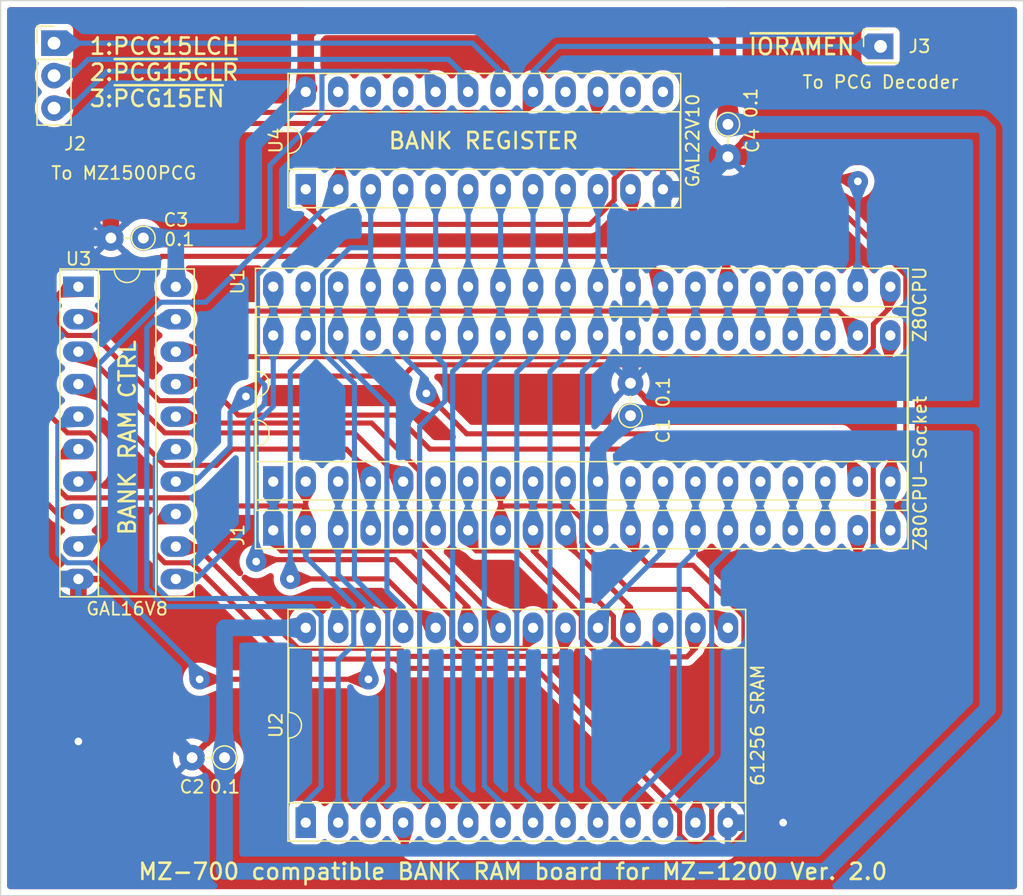
<source format=kicad_pcb>
(kicad_pcb (version 20240108) (generator "pcbnew") (generator_version "8.0")
  (title_block (title "MZ700-like BANK RAM for MZ1200") (date "2024-07-09") (rev "2.0"))
  (layers (0 "F.Cu" signal) (31 "B.Cu" signal) (34 "B.Paste" user) (35 "F.Paste" user) (36 "B.SilkS" user "B.Silkscreen") (37 "F.SilkS" user "F.Silkscreen") (38 "B.Mask" user) (39 "F.Mask" user) (44 "Edge.Cuts" user))
  (net 0 "")
  (net 1 "GND")
  (net 2 "VCC")
  (net 3 "/~{WR}")
  (net 4 "/A0")
  (net 5 "Net-(J1-D0)")
  (net 6 "Net-(J1-D6)")
  (net 7 "/A5")
  (net 8 "Net-(J1-~{M1})")
  (net 9 "Net-(J1-A9)")
  (net 10 "/A7")
  (net 11 "Net-(J1-A8)")
  (net 12 "/A3")
  (net 13 "/A1")
  (net 14 "Net-(J1-~{WAIT})")
  (net 15 "Net-(J1-D1)")
  (net 16 "Net-(J1-~{HALT})")
  (net 17 "Net-(J1-~{CLK})")
  (net 18 "Net-(J1-D2)")
  (net 19 "/~{RD}")
  (net 20 "/~{IOREQ}")
  (net 21 "/A4")
  (net 22 "Net-(J1-D4)")
  (net 23 "Net-(J1-~{NMI})")
  (net 24 "Net-(J1-~{INT})")
  (net 25 "Net-(J1-D7)")
  (net 26 "Net-(J1-D3)")
  (net 27 "/~{MREQOUT}")
  (net 28 "Net-(J1-A11)")
  (net 29 "Net-(J1-~{BUSRQ})")
  (net 30 "/A14")
  (net 31 "/A13")
  (net 32 "/A15")
  (net 33 "/A12")
  (net 34 "Net-(J1-D5)")
  (net 35 "/A2")
  (net 36 "/A6")
  (net 37 "Net-(J1-A10)")
  (net 38 "/~{RFSH}")
  (net 39 "/~{MREQ}")
  (net 40 "/~{RAMWE}")
  (net 41 "/~{RAMOE}")
  (net 42 "/RAMA14")
  (net 43 "/~{MRAMEN}")
  (net 44 "/~{RAMCS}")
  (net 45 "/~{IORAMEN}")
  (net 46 "/~{WROUT}")
  (net 47 "/MRAMCLR")
  (net 48 "/PCG15LCH")
  (net 49 "/~{PCG15EN}")
  (net 50 "/IORAMCLR")
  (net 51 "/~{RESET}")
  (net 52 "/~{BUSACK}")
  (net 53 "/~{RDOUT}")
  (net 54 "/~{PCG15CLR}")
  (net 56 "/~{IORAMEN0}")
  (footprint "Kao_Library:LargePad_R_Axial_DIN0204_L3.6mm_D1.6mm_P2.54mm_Vertical" (layer "F.Cu") (at 62.738 107.284 180)
    (property "Reference" "C2")
    (property "Value" "0.1")
  )
  (footprint "Package_DIP:DIP-20_W7.62mm_Socket_LongPads" (layer "F.Cu") (at 51.308 70.454)
    (property "Reference" "U3")
    (property "Value" "GAL16V8")
  )
  (footprint "Kao_Library:LargePad_R_Axial_DIN0204_L3.6mm_D1.6mm_P2.54mm_Vertical" (layer "F.Cu") (at 94.488 80.539 90)
    (property "Reference" "C1")
    (property "Value" "0.1")
  )
  (footprint "Package_DIP:DIP-24_W7.62mm_Socket_LongPads" (layer "F.Cu") (at 69.088 62.834 90)
    (property "Reference" "U4")
    (property "Value" "GAL22V10")
  )
  (footprint "Package_DIP:DIP-28_W15.24mm_Socket_LongPads" (layer "F.Cu") (at 69.088 112.369 90)
    (property "Reference" "U2")
    (property "Value" "61256 SRAM")
  )
  (footprint "Kao_Library:LargePad_R_Axial_DIN0204_L3.6mm_D1.6mm_P2.54mm_Vertical" (layer "F.Cu") (at 56.388 66.644 180)
    (property "Reference" "C3")
    (property "Value" "0.1")
  )
  (footprint "Kao_Library:LargePad_R_Axial_DIN0204_L3.6mm_D1.6mm_P2.54mm_Vertical" (layer "F.Cu") (at 102.108 57.754 -90)
    (property "Reference" "C4")
    (property "Value" "0.1")
  )
  (footprint "Package_DIP:DIP-40_W15.24mm_Socket_LongPads" (layer "F.Cu") (at 66.548 85.694 90)
    (property "Reference" "U1")
    (property "Value" "Z80CPU")
  )
  (footprint "Connector_PinHeader_2.54mm:PinHeader_1x01_P2.54mm_Vertical" (layer "F.Cu") (at 114.046 51.658)
    (property "Reference" "J3")
    (property "Value" "To PCG Decoder")
  )
  (footprint "Connector_PinHeader_2.54mm:PinHeader_1x03_P2.54mm_Vertical" (layer "F.Cu") (at 49.403 51.404)
    (property "Reference" "J2")
    (property "Value" "To MZ1500PCG")
  )
  (footprint "Package_DIP:DIP-40_W15.24mm_Socket_LongPads" (layer "F.Cu") (at 66.548 89.504 90)
    (property "Reference" "J1")
    (property "Value" "Z80CPU-Socket")
  )
  (gr_rect (start 45.228 48.079) (end 125.228 118.079) (stroke (width 0.1)) (fill none) (layer "Edge.Cuts"))
  (gr_text "MZ-700 compatible BANK RAM board for MZ-1200 Ver. 2.0" (at 55.88 116.936 0) (layer "F.SilkS") (effects (font (size 1.27 1.27) (thickness 0.2032)) (justify left bottom)))
  (gr_text "1:PCG15LCH\n2:~{PCG15CLR}\n3:~{PCG15EN}" (at 52.07 56.484 0) (layer "F.SilkS") (effects (font (size 1.27 1.27) (thickness 0.2032)) (justify left bottom)))
  (gr_text "~{IORAMEN}" (at 103.632 52.42 0) (layer "F.SilkS") (effects (font (size 1.27 1.27) (thickness 0.2032)) (justify left bottom)))
  (gr_text "BANK REGISTER" (at 75.454 59.785293 0) (layer "F.SilkS") (effects (font (size 1.27 1.27) (thickness 0.2032)) (justify left bottom)))
  (gr_text "BANK RAM CTRL" (at 55.88 90.012 90) (layer "F.SilkS") (effects (font (size 1.27 1.27) (thickness 0.2032)) (justify left bottom)))
  (segment (start 122.428 61.31) (end 122.428 96.362) (width 1.3) (layer "F.Cu") (net 1))
  (segment (start 100.838 60.294) (end 102.108 60.294) (width 1.3) (layer "F.Cu") (net 1))
  (segment (start 106.426 115.412) (end 105.664 116.174) (width 1.3) (layer "F.Cu") (net 1))
  (segment (start 102.108 60.294) (end 121.412 60.294) (width 1.3) (layer "F.Cu") (net 1))
  (segment (start 105.664 116.174) (end 51.308 116.174) (width 1.3) (layer "F.Cu") (net 1))
  (segment (start 51.308 106.014) (end 51.308 93.314) (width 1.3) (layer "F.Cu") (net 1))
  (segment (start 99.568 59.024) (end 100.838 60.294) (width 1.3) (layer "F.Cu") (net 1))
  (segment (start 53.848 59.024) (end 99.568 59.024) (width 1.3) (layer "F.Cu") (net 1))
  (segment (start 106.426 112.364) (end 106.426 115.412) (width 1.3) (layer "F.Cu") (net 1))
  (segment (start 121.412 60.294) (end 122.428 61.31) (width 1.3) (layer "F.Cu") (net 1))
  (segment (start 122.428 96.362) (end 106.426 112.364) (width 1.3) (layer "F.Cu") (net 1))
  (segment (start 53.848 66.644) (end 53.848 59.024) (width 1.3) (layer "F.Cu") (net 1))
  (segment (start 51.308 116.174) (end 51.308 106.014) (width 1.3) (layer "F.Cu") (net 1))
  (via (at 106.426 112.364) (size 1.6) (drill 0.6) (layers "F.Cu" "B.Cu") (net 1))
  (via (at 51.308 106.014) (size 1.6) (drill 0.6) (layers "F.Cu" "B.Cu") (net 1))
  (segment (start 97.028 62.834) (end 99.568 62.834) (width 1.3) (layer "B.Cu") (net 1))
  (segment (start 94.488 70.454) (end 94.488 67.914) (width 1.3) (layer "B.Cu") (net 1))
  (segment (start 47.498 93.314) (end 47.498 66.644) (width 1.3) (layer "B.Cu") (net 1))
  (segment (start 106.431 112.369) (end 106.426 112.364) (width 1.3) (layer "B.Cu") (net 1))
  (segment (start 47.498 66.644) (end 53.848 66.644) (width 1.3) (layer "B.Cu") (net 1))
  (segment (start 99.568 62.834) (end 102.108 60.294) (width 1.3) (layer "B.Cu") (net 1))
  (segment (start 94.488 67.914) (end 97.028 65.374) (width 1.3) (layer "B.Cu") (net 1))
  (segment (start 58.928 106.014) (end 51.308 106.014) (width 1.3) (layer "B.Cu") (net 1))
  (segment (start 106.421 112.369) (end 102.108 112.369) (width 1.3) (layer "B.Cu") (net 1))
  (segment (start 94.488 77.999) (end 94.488 74.264) (width 1.3) (layer "B.Cu") (net 1))
  (segment (start 60.198 107.284) (end 58.928 106.014) (width 1.3) (layer "B.Cu") (net 1))
  (segment (start 94.488 74.264) (end 94.488 70.454) (width 1.3) (layer "B.Cu") (net 1))
  (segment (start 97.028 65.374) (end 97.028 62.834) (width 1.3) (layer "B.Cu") (net 1))
  (segment (start 51.308 93.314) (end 47.498 93.314) (width 1.3) (layer "B.Cu") (net 1))
  (segment (start 106.426 112.364) (end 106.421 112.369) (width 1.3) (layer "B.Cu") (net 1))
  (segment (start 69.342 54.96) (end 69.088 55.214) (width 1.3) (layer "F.Cu") (net 2))
  (segment (start 100.838 49.626) (end 102.108 50.896) (width 1.3) (layer "F.Cu") (net 2))
  (segment (start 102.108 50.896) (end 102.108 57.754) (width 1.3) (layer "F.Cu") (net 2))
  (segment (start 69.087293 55.213293) (end 69.087293 50.642707) (width 1.3) (layer "F.Cu") (net 2))
  (segment (start 69.087293 50.642707) (end 70.104 49.626) (width 1.3) (layer "F.Cu") (net 2))
  (segment (start 70.104 49.626) (end 100.838 49.626) (width 1.3) (layer "F.Cu") (net 2))
  (segment (start 69.088 97.129) (end 62.743 97.129) (width 1.3) (layer "B.Cu") (net 2))
  (segment (start 102.108 57.754) (end 121.92 57.754) (width 1.3) (layer "B.Cu") (net 2))
  (segment (start 62.743 97.129) (end 62.738 97.124) (width 1.3) (layer "B.Cu") (net 2))
  (segment (start 65.024 66.39) (end 65.024 59.278) (width 1.3) (layer "B.Cu") (net 2))
  (segment (start 58.928 66.644) (end 64.77 66.644) (width 1.3) (layer "B.Cu") (net 2))
  (segment (start 109.728 116.174) (end 122.428 103.474) (width 1.3) (layer "B.Cu") (net 2))
  (segment (start 62.738 107.284) (end 62.738 116.174) (width 1.3) (layer "B.Cu") (net 2))
  (segment (start 62.738 97.124) (end 62.738 107.284) (width 1.3) (layer "B.Cu") (net 2))
  (segment (start 121.92 57.754) (end 122.428 58.262) (width 1.3) (layer "B.Cu") (net 2))
  (segment (start 91.948 85.694) (end 91.948 83.079) (width 1.3) (layer "B.Cu") (net 2))
  (segment (start 64.77 66.644) (end 65.024 66.39) (width 1.3) (layer "B.Cu") (net 2))
  (segment (start 122.428 58.262) (end 122.428 81.249) (width 1.3) (layer "B.Cu") (net 2))
  (segment (start 58.928 66.644) (end 58.928 70.454) (width 1.3) (layer "B.Cu") (net 2))
  (segment (start 121.718 80.539) (end 94.488 80.539) (width 1.3) (layer "B.Cu") (net 2))
  (segment (start 122.428 81.249) (end 121.718 80.539) (width 1.3) (layer "B.Cu") (net 2))
  (segment (start 62.738 116.174) (end 109.728 116.174) (width 1.3) (layer "B.Cu") (net 2))
  (segment (start 91.948 89.504) (end 91.948 85.694) (width 1.3) (layer "B.Cu") (net 2))
  (segment (start 65.024 59.278) (end 69.088 55.214) (width 1.3) (layer "B.Cu") (net 2))
  (segment (start 56.388 66.644) (end 58.928 66.644) (width 1.3) (layer "B.Cu") (net 2))
  (segment (start 91.948 83.079) (end 94.488 80.539) (width 1.3) (layer "B.Cu") (net 2))
  (segment (start 122.428 103.474) (end 122.428 81.249) (width 1.3) (layer "B.Cu") (net 2))
  (segment (start 100.8603 61.9807) (end 112.0376 61.9807) (width 0.4) (layer "F.Cu") (net 3))
  (segment (start 112.0376 61.9807) (end 112.268 62.2111) (width 0.4) (layer "F.Cu") (net 3))
  (segment (start 71.628 62.834) (end 71.628 61.2273) (width 0.4) (layer "F.Cu") (net 3))
  (segment (start 99.4806 60.601) (end 100.8603 61.9807) (width 0.4) (layer "F.Cu") (net 3))
  (segment (start 72.2543 60.601) (end 99.4806 60.601) (width 0.4) (layer "F.Cu") (net 3))
  (segment (start 71.628 61.2273) (end 72.2543 60.601) (width 0.4) (layer "F.Cu") (net 3))
  (via (at 112.268 62.2111) (size 1.6) (drill 0.6) (layers "F.Cu" "B.Cu") (net 3))
  (segment (start 71.628 63.2237) (end 65.3193 69.5324) (width 0.4) (layer "B.Cu") (net 3))
  (segment (start 65.8906 79.6196) (end 64.5584 80.9518) (width 0.4) (layer "B.Cu") (net 3))
  (segment (start 65.3193 77.5919) (end 65.8906 78.1632) (width 0.4) (layer "B.Cu") (net 3))
  (segment (start 60.5347 93.314) (end 58.928 93.314) (width 0.4) (layer "B.Cu") (net 3))
  (segment (start 64.5584 89.2903) (end 60.5347 93.314) (width 0.4) (layer "B.Cu") (net 3))
  (segment (start 112.268 70.454) (end 112.268 62.2111) (width 0.4) (layer "B.Cu") (net 3))
  (segment (start 65.8906 78.1632) (end 65.8906 79.6196) (width 0.4) (layer "B.Cu") (net 3))
  (segment (start 65.3193 69.5324) (end 65.3193 77.5919) (width 0.4) (layer "B.Cu") (net 3))
  (segment (start 64.5584 80.9518) (end 64.5584 89.2903) (width 0.4) (layer "B.Cu") (net 3))
  (segment (start 91.948 74.264) (end 91.948 75.8707) (width 0.4) (layer "B.Cu") (net 4))
  (segment (start 90.7263 77.0924) (end 90.7263 109.5406) (width 0.4) (layer "B.Cu") (net 4))
  (segment (start 91.948 112.369) (end 91.948 110.7623) (width 0.4) (layer "B.Cu") (net 4))
  (segment (start 91.948 70.454) (end 91.948 74.264) (width 0.4) (layer "B.Cu") (net 4))
  (segment (start 91.948 70.454) (end 91.948 62.834) (width 0.4) (layer "B.Cu") (net 4))
  (segment (start 91.948 75.8707) (end 90.7263 77.0924) (width 0.4) (layer "B.Cu") (net 4))
  (segment (start 90.7263 109.5406) (end 91.948 110.7623) (width 0.4) (layer "B.Cu") (net 4))
  (segment (start 98.298 92.3807) (end 98.298 106.9523) (width 0.4) (layer "B.Cu") (net 5))
  (segment (start 99.568 91.1107) (end 98.298 92.3807) (width 0.4) (layer "B.Cu") (net 5))
  (segment (start 99.568 89.504) (end 99.568 91.1107) (width 0.4) (layer "B.Cu") (net 5))
  (segment (start 98.298 106.9523) (end 94.488 110.7623) (width 0.4) (layer "B.Cu") (net 5))
  (segment (start 99.568 85.694) (end 99.568 89.504) (width 0.4) (layer "B.Cu") (net 5))
  (segment (start 94.488 112.369) (end 94.488 110.7623) (width 0.4) (layer "B.Cu") (net 5))
  (segment (start 89.408 90.4423) (end 94.488 95.5223) (width 0.4) (layer "F.Cu") (net 6))
  (segment (start 94.488 95.5223) (end 94.488 97.129) (width 0.4) (layer "F.Cu") (net 6))
  (segment (start 89.408 89.504) (end 89.408 85.694) (width 0.4) (layer "B.Cu") (net 6))
  (segment (start 79.248 74.264) (end 79.248 75.8707) (width 0.4) (layer "B.Cu") (net 7))
  (segment (start 79.248 70.454) (end 79.248 62.834) (width 0.4) (layer "B.Cu") (net 7))
  (segment (start 79.9735 79.3984) (end 79.9735 76.5962) (width 0.4) (layer "B.Cu") (net 7))
  (segment (start 79.248 112.369) (end 79.248 110.7623) (width 0.4) (layer "B.Cu") (net 7))
  (segment (start 79.9735 76.5962) (end 79.248 75.8707) (width 0.4) (layer "B.Cu") (net 7))
  (segment (start 79.248 74.264) (end 79.248 70.454) (width 0.4) (layer "B.Cu") (net 7))
  (segment (start 79.248 110.7623) (end 77.9981 109.5124) (width 0.4) (layer "B.Cu") (net 7))
  (segment (start 77.9981 109.5124) (end 77.9981 81.3738) (width 0.4) (layer "B.Cu") (net 7))
  (segment (start 77.9981 81.3738) (end 79.9735 79.3984) (width 0.4) (layer "B.Cu") (net 7))
  (segment (start 99.568 74.264) (end 99.568 70.454) (width 0.4) (layer "B.Cu") (net 8))
  (segment (start 79.248 97.129) (end 75.4228 93.3038) (width 0.4) (layer "F.Cu") (net 9))
  (segment (start 75.4228 93.3038) (end 67.8813 93.3038) (width 0.4) (layer "F.Cu") (net 9))
  (via (at 67.8813 93.3038) (size 1.6) (drill 0.6) (layers "F.Cu" "B.Cu") (net 9))
  (segment (start 67.8813 77.0774) (end 67.8813 93.3038) (width 0.4) (layer "B.Cu") (net 9))
  (segment (start 69.088 74.264) (end 69.088 75.8707) (width 0.4) (layer "B.Cu") (net 9))
  (segment (start 69.088 75.8707) (end 67.8813 77.0774) (width 0.4) (layer "B.Cu") (net 9))
  (segment (start 69.088 70.454) (end 69.088 74.264) (width 0.4) (layer "B.Cu") (net 9))
  (segment (start 74.168 110.7623) (end 75.5013 109.429) (width 0.4) (layer "B.Cu") (net 10))
  (segment (start 75.5013 95.8356) (end 72.898 93.2323) (width 0.4) (layer "B.Cu") (net 10))
  (segment (start 70.4083 69.536) (end 72.539007 67.405293) (width 0.4) (layer "B.Cu") (net 10))
  (segment (start 72.898 78.0417) (end 70.4083 75.552) (width 0.4) (layer "B.Cu") (net 10))
  (segment (start 75.5013 109.429) (end 75.5013 95.8356) (width 0.4) (layer "B.Cu") (net 10))
  (segment (start 74.168 67.405293) (end 72.539007 67.405293) (width 0.4) (layer "B.Cu") (net 10))
  (segment (start 74.168 112.369) (end 74.168 110.7623) (width 0.4) (layer "B.Cu") (net 10))
  (segment (start 74.168 68.8065) (end 74.168 67.405293) (width 0.4) (layer "B.Cu") (net 10))
  (segment (start 70.4083 75.552) (end 70.4083 69.536) (width 0.4) (layer "B.Cu") (net 10))
  (segment (start 74.168 70.454) (end 74.168 68.8065) (width 0.4) (layer "B.Cu") (net 10))
  (segment (start 72.898 93.2323) (end 72.898 78.0417) (width 0.4) (layer "B.Cu") (net 10))
  (segment (start 74.168 67.405293) (end 74.168 62.834) (width 0.4) (layer "B.Cu") (net 10))
  (segment (start 74.168 74.264) (end 74.168 70.454) (width 0.4) (layer "B.Cu") (net 10))
  (segment (start 71.628 74.264) (end 71.628 75.8707) (width 0.4) (layer "B.Cu") (net 11))
  (segment (start 75.4381 79.6808) (end 71.628 75.8707) (width 0.4) (layer "B.Cu") (net 11))
  (segment (start 76.708 97.129) (end 76.708 95.5223) (width 0.4) (layer "B.Cu") (net 11))
  (segment (start 76.708 95.5223) (end 75.4381 94.2524) (width 0.4) (layer "B.Cu") (net 11))
  (segment (start 71.628 70.454) (end 71.628 74.264) (width 0.4) (layer "B.Cu") (net 11))
  (segment (start 75.4381 94.2524) (end 75.4381 79.6808) (width 0.4) (layer "B.Cu") (net 11))
  (segment (start 84.328 74.264) (end 84.328 70.454) (width 0.4) (layer "B.Cu") (net 12))
  (segment (start 83.0581 77.1406) (end 84.328 75.8707) (width 0.4) (layer "B.Cu") (net 12))
  (segment (start 84.328 70.454) (end 84.328 62.834) (width 0.4) (layer "B.Cu") (net 12))
  (segment (start 84.328 112.369) (end 84.328 110.7623) (width 0.4) (layer "B.Cu") (net 12))
  (segment (start 84.328 110.7623) (end 83.0581 109.4924) (width 0.4) (layer "B.Cu") (net 12))
  (segment (start 83.0581 109.4924) (end 83.0581 77.1406) (width 0.4) (layer "B.Cu") (net 12))
  (segment (start 84.328 74.264) (end 84.328 75.8707) (width 0.4) (layer "B.Cu") (net 12))
  (segment (start 89.408 110.7623) (end 88.1903 109.5446) (width 0.4) (layer "B.Cu") (net 13))
  (segment (start 89.408 74.264) (end 89.408 70.454) (width 0.4) (layer "B.Cu") (net 13))
  (segment (start 89.408 74.264) (end 89.408 75.8707) (width 0.4) (layer "B.Cu") (net 13))
  (segment (start 88.1903 109.5446) (end 88.1903 77.0884) (width 0.4) (layer "B.Cu") (net 13))
  (segment (start 89.408 112.369) (end 89.408 110.7623) (width 0.4) (layer "B.Cu") (net 13))
  (segment (start 88.1903 77.0884) (end 89.408 75.8707) (width 0.4) (layer "B.Cu") (net 13))
  (segment (start 89.408 70.454) (end 89.408 62.834) (width 0.4) (layer "B.Cu") (net 13))
  (segment (start 107.188 74.264) (end 107.188 70.454) (width 0.4) (layer "B.Cu") (net 14))
  (segment (start 97.028 112.369) (end 97.028 110.7623) (width 0.4) (layer "B.Cu") (net 15))
  (segment (start 102.108 89.504) (end 102.108 91.1107) (width 0.4) (layer "B.Cu") (net 15))
  (segment (start 100.838 106.9523) (end 97.028 110.7623) (width 0.4) (layer "B.Cu") (net 15))
  (segment (start 100.838 92.3807) (end 100.838 106.9523) (width 0.4) (layer "B.Cu") (net 15))
  (segment (start 102.108 85.694) (end 102.108 89.504) (width 0.4) (layer "B.Cu") (net 15))
  (segment (start 102.108 91.1107) (end 100.838 92.3807) (width 0.4) (layer "B.Cu") (net 15))
  (segment (start 109.728 89.504) (end 109.728 85.694) (width 0.4) (layer "B.Cu") (net 16))
  (segment (start 79.248 89.504) (end 79.248 85.694) (width 0.4) (layer "B.Cu") (net 17))
  (segment (start 99.371343 92.239243) (end 103.3594 96.2273) (width 0.4) (layer "F.Cu") (net 18))
  (segment (start 103.3594 106.9709) (end 99.568 110.7623) (width 0.4) (layer "F.Cu") (net 18))
  (segment (start 95.953243 92.239243) (end 99.371343 92.239243) (width 0.4) (layer "F.Cu") (net 18))
  (segment (start 94.488 90.774) (end 95.953243 92.239243) (width 0.4) (layer "F.Cu") (net 18))
  (segment (start 103.3594 96.2273) (end 103.3594 106.9709) (width 0.4) (layer "F.Cu") (net 18))
  (segment (start 94.488 89.504) (end 94.488 90.774) (width 0.4) (layer "F.Cu") (net 18))
  (segment (start 99.568 110.7623) (end 99.568 112.369) (width 0.4) (layer "F.Cu") (net 18))
  (segment (start 94.488 85.694) (end 94.488 89.504) (width 0.4) (layer "B.Cu") (net 18))
  (segment (start 112.7273 75.9229) (end 62.6858 75.9229) (width 0.4) (layer "F.Cu") (net 19))
  (segment (start 114.808 72.0607) (end 113.4842 73.3845) (width 0.4) (layer "F.Cu") (net 19))
  (segment (start 113.4842 75.166) (end 112.7273 75.9229) (width 0.4) (layer "F.Cu") (net 19))
  (segment (start 58.928 78.074) (end 60.5347 78.074) (width 0.4) (layer "F.Cu") (net 19))
  (segment (start 62.6858 75.9229) (end 60.5347 78.074) (width 0.4) (layer "F.Cu") (net 19))
  (segment (start 113.4842 73.3845) (end 113.4842 75.166) (width 0.4) (layer "F.Cu") (net 19))
  (segment (start 114.808 70.454) (end 114.808 72.0607) (width 0.4) (layer "F.Cu") (net 19))
  (segment (start 69.088 62.834) (end 69.088 63.939) (width 0.4) (layer "F.Cu") (net 20))
  (segment (start 91.3144 65.579) (end 93.218 63.6754) (width 0.4) (layer "F.Cu") (net 20))
  (segment (start 116.0218 69.5428) (end 116.0218 82.8735) (width 0.4) (layer "F.Cu") (net 20))
  (segment (start 109.2684 62.7894) (end 116.0218 69.5428) (width 0.4) (layer "F.Cu") (net 20))
  (segment (start 94.0046 61.2104) (end 98.4566 61.2104) (width 0.4) (layer "F.Cu") (net 20))
  (segment (start 114.808 84.0873) (end 114.808 85.694) (width 0.4) (layer "F.Cu") (net 20))
  (segment (start 98.4566 61.2104) (end 100.0356 62.7894) (width 0.4) (layer "F.Cu") (net 20))
  (segment (start 69.088 63.939) (end 70.728 65.579) (width 0.4) (layer "F.Cu") (net 20))
  (segment (start 70.728 65.579) (end 91.3144 65.579) (width 0.4) (layer "F.Cu") (net 20))
  (segment (start 116.0218 82.8735) (end 114.808 84.0873) (width 0.4) (layer "F.Cu") (net 20))
  (segment (start 100.0356 62.7894) (end 109.2684 62.7894) (width 0.4) (layer "F.Cu") (net 20))
  (segment (start 93.218 61.997) (end 94.0046 61.2104) (width 0.4) (layer "F.Cu") (net 20))
  (segment (start 93.218 63.6754) (end 93.218 61.997) (width 0.4) (layer "F.Cu") (net 20))
  (segment (start 114.808 89.504) (end 114.808 85.694) (width 0.4) (layer "B.Cu") (net 20))
  (segment (start 81.788 112.369) (end 81.788 110.7623) (width 0.4) (layer "B.Cu") (net 21))
  (segment (start 81.788 74.264) (end 81.788 70.454) (width 0.4) (layer "B.Cu") (net 21))
  (segment (start 81.788 110.7623) (end 80.5802 109.5545) (width 0.4) (layer "B.Cu") (net 21))
  (segment (start 80.5802 77.0785) (end 81.788 75.8707) (width 0.4) (layer "B.Cu") (net 21))
  (segment (start 80.5802 109.5545) (end 80.5802 77.0785) (width 0.4) (layer "B.Cu") (net 21))
  (segment (start 81.788 74.264) (end 81.788 75.8707) (width 0.4) (layer "B.Cu") (net 21))
  (segment (start 81.788 70.454) (end 81.788 62.834) (width 0.4) (layer "B.Cu") (net 21))
  (segment (start 85.5761 91.1107) (end 90.6423 96.1769) (width 0.4) (layer "F.Cu") (net 22))
  (segment (start 82.422293 91.1107) (end 85.5761 91.1107) (width 0.4) (layer "F.Cu") (net 22))
  (segment (start 92.1057 99.3994) (end 98.9043 99.3994) (width 0.4) (layer "F.Cu") (net 22))
  (segment (start 98.9043 99.3994) (end 99.568 98.7357) (width 0.4) (layer "F.Cu") (net 22))
  (segment (start 90.6423 97.936) (end 92.1057 99.3994) (width 0.4) (layer "F.Cu") (net 22))
  (segment (start 90.6423 96.1769) (end 90.6423 97.936) (width 0.4) (layer "F.Cu") (net 22))
  (segment (start 81.788 90.476407) (end 82.422293 91.1107) (width 0.4) (layer "F.Cu") (net 22))
  (segment (start 99.568 97.129) (end 99.568 98.7357) (width 0.4) (layer "F.Cu") (net 22))
  (segment (start 81.788 89.504) (end 81.788 85.694) (width 0.4) (layer "B.Cu") (net 22))
  (segment (start 107.188 89.504) (end 107.188 85.694) (width 0.4) (layer "B.Cu") (net 23))
  (segment (start 104.648 89.504) (end 104.648 85.694) (width 0.4) (layer "B.Cu") (net 24))
  (segment (start 97.028 91.1107) (end 97.028 89.504) (width 0.4) (layer "B.Cu") (net 25))
  (segment (start 97.028 85.694) (end 97.028 89.504) (width 0.4) (layer "B.Cu") (net 25))
  (segment (start 91.948 96.1907) (end 97.028 91.1107) (width 0.4) (layer "B.Cu") (net 25))
  (segment (start 84.328 88.7006) (end 84.328 87.8973) (width 0.4) (layer "F.Cu") (net 26))
  (segment (start 84.328 87.598293) (end 89.666693 87.598293) (width 0.4) (layer "F.Cu") (net 26))
  (segment (start 84.328 87.598293) (end 84.328 85.694) (width 0.4) (layer "F.Cu") (net 26))
  (segment (start 90.678 90.4351) (end 90.678 88.6096) (width 0.4) (layer "F.Cu") (net 26))
  (segment (start 94.3666 94.1237) (end 90.678 90.4351) (width 0.4) (layer "F.Cu") (net 26))
  (segment (start 84.328 87.8973) (end 84.328 87.598293) (width 0.4) (layer "F.Cu") (net 26))
  (segment (start 89.666693 87.598293) (end 90.678 88.6096) (width 0.4) (layer "F.Cu") (net 26))
  (segment (start 99.1027 94.1237) (end 94.3666 94.1237) (width 0.4) (layer "F.Cu") (net 26))
  (segment (start 102.108 97.129) (end 99.1027 94.1237) (width 0.4) (layer "F.Cu") (net 26))
  (segment (start 76.0976 99.575) (end 76.8252 100.3026) (width 0.4) (layer "F.Cu") (net 27))
  (segment (start 100.838 111.225) (end 112.268 99.795) (width 0.4) (layer "F.Cu") (net 27))
  (segment (start 100.838 113.2497) (end 100.838 111.225) (width 0.4) (layer "F.Cu") (net 27))
  (segment (start 100.1026 113.9851) (end 100.838 113.2497) (width 0.4) (layer "F.Cu") (net 27))
  (segment (start 58.0656 92.044) (end 60.1682 92.044) (width 0.4) (layer "F.Cu") (net 27))
  (segment (start 98.9904 113.9851) (end 100.1026 113.9851) (width 0.4) (layer "F.Cu") (net 27))
  (segment (start 57.3213 88.868293) (end 57.3213 91.2997) (width 0.4) (layer "F.Cu") (net 27))
  (segment (start 98.3337 113.3284) (end 98.9904 113.9851) (width 0.4) (layer "F.Cu") (net 27))
  (segment (start 76.8252 100.3026) (end 87.0711 100.3026) (width 0.4) (layer "F.Cu") (net 27))
  (segment (start 67.6992 99.575) (end 76.0976 99.575) (width 0.4) (layer "F.Cu") (net 27))
  (segment (start 57.955593 88.234) (end 57.3213 88.868293) (width 0.4) (layer "F.Cu") (net 27))
  (segment (start 57.3213 91.2997) (end 58.0656 92.044) (width 0.4) (layer "F.Cu") (net 27))
  (segment (start 98.3337 111.5652) (end 98.3337 113.3284) (width 0.4) (layer "F.Cu") (net 27))
  (segment (start 60.1682 92.044) (end 67.6992 99.575) (width 0.4) (layer "F.Cu") (net 27))
  (segment (start 87.0711 100.3026) (end 98.3337 111.5652) (width 0.4) (layer "F.Cu") (net 27))
  (segment (start 112.268 99.795) (end 112.268 89.504) (width 0.4) (layer "F.Cu") (net 27))
  (segment (start 67.182293 91.1107) (end 77.3764 91.1107) (width 0.4) (layer "F.Cu") (net 28))
  (segment (start 77.3764 91.1107) (end 81.788 95.5223) (width 0.4) (layer "F.Cu") (net 28))
  (segment (start 66.548 90.476407) (end 67.182293 91.1107) (width 0.4) (layer "F.Cu") (net 28))
  (segment (start 81.788 97.129) (end 81.788 95.5223) (width 0.4) (layer "F.Cu") (net 28))
  (segment (start 66.548 89.504) (end 66.548 85.694) (width 0.4) (layer "B.Cu") (net 28))
  (segment (start 104.648 74.264) (end 104.648 70.454) (width 0.4) (layer "B.Cu") (net 29))
  (segment (start 63.373 83.153293) (end 62.102293 84.424) (width 0.4) (layer "F.Cu") (net 30))
  (segment (start 51.723 78.074) (end 58.073 84.424) (width 0.4) (layer "F.Cu") (net 30))
  (segment (start 72.262293 83.153293) (end 63.373 83.153293) (width 0.4) (layer "F.Cu") (net 30))
  (segment (start 58.073 84.424) (end 62.102293 84.424) (width 0.4) (layer "F.Cu") (net 30))
  (segment (start 74.168 85.059) (end 72.262293 83.153293) (width 0.4) (layer "F.Cu") (net 30))
  (segment (start 74.168 89.504) (end 74.168 85.694) (width 0.4) (layer "B.Cu") (net 30))
  (segment (start 73.9947 101.1557) (end 60.79 101.1557) (width 0.4) (layer "F.Cu") (net 31))
  (via (at 73.9947 101.1557) (size 1.6) (drill 0.6) (layers "F.Cu" "B.Cu") (net 31))
  (via (at 60.79 101.1557) (size 1.6) (drill 0.6) (layers "F.Cu" "B.Cu") (net 31))
  (segment (start 60.79 100.5909) (end 60.79 101.1557) (width 0.4) (layer "B.Cu") (net 31))
  (segment (start 71.628 89.504) (end 71.628 92.9823) (width 0.4) (layer "B.Cu") (net 31))
  (segment (start 71.628 92.9823) (end 74.168 95.5223) (width 0.4) (layer "B.Cu") (net 31))
  (segment (start 52.2431 92.044) (end 60.79 100.5909) (width 0.4) (layer "B.Cu") (net 31))
  (segment (start 50.462593 80.614) (end 49.7013 81.375293) (width 0.4) (layer "B.Cu") (net 31))
  (segment (start 50.4273 92.044) (end 52.2431 92.044) (width 0.4) (layer "B.Cu") (net 31))
  (segment (start 49.7013 81.375293) (end 49.7013 91.318) (width 0.4) (layer "B.Cu") (net 31))
  (segment (start 74.168 96.3256) (end 74.168 95.5223) (width 0.4) (layer "B.Cu") (net 31))
  (segment (start 49.7013 91.318) (end 50.4273 92.044) (width 0.4) (layer "B.Cu") (net 31))
  (segment (start 73.9947 96.4989) (end 73.9947 101.1557) (width 0.4) (layer "B.Cu") (net 31))
  (segment (start 71.628 89.504) (end 71.628 85.694) (width 0.4) (layer "B.Cu") (net 31))
  (segment (start 51.723 75.534) (end 58.073 81.884) (width 0.4) (layer "F.Cu") (net 32))
  (segment (start 58.073 81.884) (end 72.898 81.884) (width 0.4) (layer "F.Cu") (net 32))
  (segment (start 72.898 81.884) (end 76.708 85.694) (width 0.4) (layer "F.Cu") (net 32))
  (segment (start 76.708 89.504) (end 76.708 85.694) (width 0.4) (layer "B.Cu") (net 32))
  (segment (start 69.088 89.504) (end 69.088 87.8973) (width 0.4) (layer "F.Cu") (net 33))
  (segment (start 69.0865 87.8958) (end 69.0865 87.598293) (width 0.4) (layer "F.Cu") (net 33))
  (segment (start 69.088 85.694) (end 69.088 87.1486) (width 0.4) (layer "F.Cu") (net 33))
  (segment (start 69.088 87.8973) (end 69.0865 87.8958) (width 0.4) (layer "F.Cu") (net 33))
  (segment (start 69.0865 87.598293) (end 62.736586 87.598293) (width 0.4) (layer "F.Cu") (net 33))
  (segment (start 69.088 87.2992) (end 69.0865 87.3007) (width 0.4) (layer "F.Cu") (net 33))
  (segment (start 62.102293 86.964) (end 50.4117 86.964) (width 0.4) (layer "F.Cu") (net 33))
  (segment (start 49.7013 86.2536) (end 49.7013 83.788293) (width 0.4) (layer "F.Cu") (net 33))
  (segment (start 50.4117 86.964) (end 49.7013 86.2536) (width 0.4) (layer "F.Cu") (net 33))
  (segment (start 50.335593 83.154) (end 49.7013 83.788293) (width 0.4) (layer "F.Cu") (net 33))
  (segment (start 62.736586 87.598293) (end 62.102293 86.964) (width 0.4) (layer "F.Cu") (net 33))
  (segment (start 69.088 87.1486) (end 69.088 87.2992) (width 0.4) (layer "F.Cu") (net 33))
  (segment (start 69.0865 87.598293) (end 69.0865 87.3007) (width 0.4) (layer "F.Cu") (net 33))
  (segment (start 69.088 91.5886) (end 72.8462 95.3468) (width 0.4) (layer "B.Cu") (net 33))
  (segment (start 72.8462 95.3468) (end 72.8462 98.4275) (width 0.4) (layer "B.Cu") (net 33))
  (segment (start 72.8462 98.4275) (end 71.628 99.6457) (width 0.4) (layer "B.Cu") (net 33))
  (segment (start 71.628 99.6457) (end 71.628 112.369) (width 0.4) (layer "B.Cu") (net 33))
  (segment (start 69.088 89.504) (end 69.088 91.5886) (width 0.4) (layer "B.Cu") (net 33))
  (segment (start 93.1547 96.2291) (end 93.1547 97.9166) (width 0.4) (layer "F.Cu") (net 34))
  (segment (start 90.7314 94.9742) (end 91.8998 94.9742) (width 0.4) (layer "F.Cu") (net 34))
  (segment (start 90.7314 94.9741) (end 90.7314 94.9742) (width 0.4) (layer "F.Cu") (net 34))
  (segment (start 86.868 91.1107) (end 90.7314 94.9741) (width 0.4) (layer "F.Cu") (net 34))
  (segment (start 93.9738 98.7357) (end 96.392293 98.7357) (width 0.4) (layer "F.Cu") (net 34))
  (segment (start 91.8998 94.9742) (end 93.1547 96.2291) (width 0.4) (layer "F.Cu") (net 34))
  (segment (start 93.1547 97.9166) (end 93.9738 98.7357) (width 0.4) (layer "F.Cu") (net 34))
  (segment (start 97.028 98.099993) (end 96.392293 98.7357) (width 0.4) (layer "F.Cu") (net 34))
  (segment (start 86.868 89.504) (end 86.868 91.1107) (width 0.4) (layer "F.Cu") (net 34))
  (segment (start 86.868 89.504) (end 86.868 85.694) (width 0.4) (layer "B.Cu") (net 34))
  (segment (start 86.868 70.454) (end 86.868 62.834) (width 0.4) (layer "B.Cu") (net 35))
  (segment (start 85.5981 77.1406) (end 86.868 75.8707) (width 0.4) (layer "B.Cu") (net 35))
  (segment (start 86.868 110.7623) (end 85.5981 109.4924) (width 0.4) (layer "B.Cu") (net 35))
  (segment (start 86.868 112.369) (end 86.868 110.7623) (width 0.4) (layer "B.Cu") (net 35))
  (segment (start 85.5981 109.4924) (end 85.5981 77.1406) (width 0.4) (layer "B.Cu") (net 35))
  (segment (start 86.868 74.264) (end 86.868 70.454) (width 0.4) (layer "B.Cu") (net 35))
  (segment (start 86.868 74.264) (end 86.868 75.8707) (width 0.4) (layer "B.Cu") (net 35))
  (segment (start 113.4775 84.4089) (end 111.0258 81.9572) (width 0.4) (layer "F.Cu") (net 36))
  (segment (start 111.0258 81.9572) (end 81.679 81.9572) (width 0.4) (layer "F.Cu") (net 36))
  (segment (start 81.679 81.9572) (end 78.5168 78.795) (width 0.4) (layer "F.Cu") (net 36))
  (segment (start 113.4775 103.1144) (end 113.4775 84.4089) (width 0.4) (layer "F.Cu") (net 36))
  (segment (start 76.708 113.9757) (end 77.3259 114.5936) (width 0.4) (layer "F.Cu") (net 36))
  (segment (start 101.9983 114.5936) (end 113.4775 103.1144) (width 0.4) (layer "F.Cu") (net 36))
  (segment (start 77.3259 114.5936) (end 101.9983 114.5936) (width 0.4) (layer "F.Cu") (net 36))
  (segment (start 76.708 112.369) (end 76.708 113.9757) (width 0.4) (layer "F.Cu") (net 36))
  (via (at 78.5168 78.795) (size 1.6) (drill 0.6) (layers "F.Cu" "B.Cu") (net 36))
  (segment (start 78.5168 77.6795) (end 78.5168 78.795) (width 0.4) (layer "B.Cu") (net 36))
  (segment (start 76.708 75.8707) (end 78.5168 77.6795) (width 0.4) (layer "B.Cu") (net 36))
  (segment (start 76.708 74.264) (end 76.708 75.8707) (width 0.4) (layer "B.Cu") (net 36))
  (segment (start 76.708 62.834) (end 76.708 70.454) (width 0.4) (layer "B.Cu") (net 36))
  (segment (start 76.708 70.454) (end 76.708 74.264) (width 0.4) (layer "B.Cu") (net 36))
  (segment (start 80.518 97.9863) (end 80.518 96.2164) (width 0.4) (layer "F.Cu") (net 37))
  (segment (start 65.3646 91.7975) (end 65.2123 91.9498) (width 0.4) (layer "F.Cu") (net 37))
  (segment (start 86.868 98.099993) (end 86.232293 98.7357) (width 0.4) (layer "F.Cu") (net 37))
  (segment (start 80.518 96.2164) (end 76.0991 91.7975) (width 0.4) (layer "F.Cu") (net 37))
  (segment (start 81.2674 98.7357) (end 80.518 97.9863) (width 0.4) (layer "F.Cu") (net 37))
  (segment (start 86.232293 98.7357) (end 81.2674 98.7357) (width 0.4) (layer "F.Cu") (net 37))
  (segment (start 76.0991 91.7975) (end 65.3646 91.7975) (width 0.4) (layer "F.Cu") (net 37))
  (via (at 65.2123 91.9498) (size 1.6) (drill 0.6) (layers "F.Cu" "B.Cu") (net 37))
  (segment (start 65.2123 91.9498) (end 65.2123 81.1558) (width 0.4) (layer "B.Cu") (net 37))
  (segment (start 66.548 70.454) (end 66.548 74.264) (width 0.4) (layer "B.Cu") (net 37))
  (segment (start 66.548 74.264) (end 66.548 79.8201) (width 0.4) (layer "B.Cu") (net 37))
  (segment (start 65.2123 81.1558) (end 66.548 79.8201) (width 0.4) (layer "B.Cu") (net 37))
  (segment (start 97.028 69.879) (end 95.228 68.079) (width 0.4) (layer "F.Cu") (net 38))
  (segment (start 95.228 68.079) (end 57.8297 68.079) (width 0.4) (layer "F.Cu") (net 38))
  (segment (start 57.8297 68.079) (end 52.9147 72.994) (width 0.4) (layer "F.Cu") (net 38))
  (segment (start 52.9147 72.994) (end 51.308 72.994) (width 0.4) (layer "F.Cu") (net 38))
  (segment (start 97.028 74.264) (end 97.028 70.454) (width 0.4) (layer "B.Cu") (net 38))
  (segment (start 112.268 84.678) (end 110.743293 83.153293) (width 0.4) (layer "F.Cu") (net 39))
  (segment (start 50.4436 74.264) (end 49.7013 73.5217) (width 0.4) (layer "F.Cu") (net 39))
  (segment (start 62.6789 79.3656) (end 57.6473 79.3656) (width 0.4) (layer "F.Cu") (net 39))
  (segment (start 112.268 85.694) (end 112.268 84.678) (width 0.4) (layer "F.Cu") (net 39))
  (segment (start 49.7013 73.5217) (end 49.7013 71.088293) (width 0.4) (layer "F.Cu") (net 39))
  (segment (start 110.743293 83.153293) (end 78.794093 83.153293) (width 0.4) (layer "F.Cu") (net 39))
  (segment (start 52.5457 74.264) (end 50.4436 74.264) (width 0.4) (layer "F.Cu") (net 39))
  (segment (start 78.794093 83.153293) (end 76.1359 80.4951) (width 0.4) (layer "F.Cu") (net 39))
  (segment (start 57.6473 79.3656) (end 52.5457 74.264) (width 0.4) (layer "F.Cu") (net 39))
  (segment (start 76.1359 80.4951) (end 63.8084 80.4951) (width 0.4) (layer "F.Cu") (net 39))
  (segment (start 63.8084 80.4951) (end 62.6789 79.3656) (width 0.4) (layer "F.Cu") (net 39))
  (segment (start 49.7013 71.088293) (end 50.335593 70.454) (width 0.4) (layer "F.Cu") (net 39))
  (segment (start 58.082593 83.154) (end 57.3213 83.915293) (width 0.4) (layer "B.Cu") (net 40))
  (segment (start 57.3213 93.8421) (end 57.3213 83.915293) (width 0.4) (layer "B.Cu") (net 40))
  (segment (start 58.3169 94.8377) (end 57.3213 93.8421) (width 0.4) (layer "B.Cu") (net 40))
  (segment (start 71.628 95.5223) (end 70.9434 94.8377) (width 0.4) (layer "B.Cu") (net 40))
  (segment (start 70.9434 94.8377) (end 58.3169 94.8377) (width 0.4) (layer "B.Cu") (net 40))
  (segment (start 71.628 97.129) (end 71.628 95.5223) (width 0.4) (layer "B.Cu") (net 40))
  (segment (start 74.2385 81.114) (end 61.0347 81.114) (width 0.4) (layer "F.Cu") (net 41))
  (segment (start 60.5347 80.614) (end 58.928 80.614) (width 0.4) (layer "F.Cu") (net 41))
  (segment (start 77.978 90.3773) (end 77.978 84.8535) (width 0.4) (layer "F.Cu") (net 41))
  (segment (start 77.978 84.8535) (end 74.2385 81.114) (width 0.4) (layer "F.Cu") (net 41))
  (segment (start 84.328 96.7273) (end 77.978 90.3773) (width 0.4) (layer "F.Cu") (net 41))
  (segment (start 61.0347 81.114) (end 60.5347 80.614) (width 0.4) (layer "F.Cu") (net 41))
  (segment (start 58.0585 95.4648) (end 56.6561 94.0624) (width 0.4) (layer "B.Cu") (net 42))
  (segment (start 70.2948 96.2267) (end 69.5329 95.4648) (width 0.4) (layer "B.Cu") (net 42))
  (segment (start 58.928 72.994) (end 57.3213 72.994) (width 0.4) (layer "B.Cu") (net 42))
  (segment (start 69.088 112.369) (end 69.088 110.7623) (width 0.4) (layer "B.Cu") (net 42))
  (segment (start 56.6561 94.0624) (end 56.6561 73.6592) (width 0.4) (layer "B.Cu") (net 42))
  (segment (start 70.2948 109.5555) (end 70.2948 96.2267) (width 0.4) (layer "B.Cu") (net 42))
  (segment (start 56.6561 73.6592) (end 57.3213 72.994) (width 0.4) (layer "B.Cu") (net 42))
  (segment (start 69.5329 95.4648) (end 58.0585 95.4648) (width 0.4) (layer "B.Cu") (net 42))
  (segment (start 69.088 110.7623) (end 70.2948 109.5555) (width 0.4) (layer "B.Cu") (net 42))
  (segment (start 91.0819 57.6868) (end 53.6724 57.6868) (width 0.4) (layer "F.Cu") (net 43))
  (segment (start 52.1888 81.884) (end 52.9147 82.6099) (width 0.4) (layer "F.Cu") (net 43))
  (segment (start 91.948 55.214) (end 91.948 56.8207) (width 0.4) (layer "F.Cu") (net 43))
  (segment (start 53.6724 57.6868) (end 49.0917 62.2675) (width 0.4) (layer "F.Cu") (net 43))
  (segment (start 52.9147 82.6099) (end 52.9147 85.058293) (width 0.4) (layer "F.Cu") (net 43))
  (segment (start 49.0917 62.2675) (end 49.0917 80.5233) (width 0.4) (layer "F.Cu") (net 43))
  (segment (start 52.278993 85.694) (end 52.9147 85.058293) (width 0.4) (layer "F.Cu") (net 43))
  (segment (start 91.948 56.8207) (end 91.0819 57.6868) (width 0.4) (layer "F.Cu") (net 43))
  (segment (start 49.0917 80.5233) (end 50.4524 81.884) (width 0.4) (layer "F.Cu") (net 43))
  (segment (start 50.4524 81.884) (end 52.1888 81.884) (width 0.4) (layer "F.Cu") (net 43))
  (segment (start 89.408 97.129) (end 89.408 98.7357) (width 0.4) (layer "F.Cu") (net 44))
  (segment (start 76.4186 98.7357) (end 77.0481 99.3652) (width 0.4) (layer "F.Cu") (net 44))
  (segment (start 60.5347 90.774) (end 68.4964 98.7357) (width 0.4) (layer "F.Cu") (net 44))
  (segment (start 58.928 90.774) (end 60.5347 90.774) (width 0.4) (layer "F.Cu") (net 44))
  (segment (start 68.4964 98.7357) (end 76.4186 98.7357) (width 0.4) (layer "F.Cu") (net 44))
  (segment (start 77.0481 99.3652) (end 88.7785 99.3652) (width 0.4) (layer "F.Cu") (net 44))
  (segment (start 88.7785 99.3652) (end 89.408 98.7357) (width 0.4) (layer "F.Cu") (net 44))
  (segment (start 51.308 88.234) (end 49.7013 88.234) (width 0.4) (layer "F.Cu") (net 45))
  (segment (start 86.228 56.8207) (end 53.6806 56.8207) (width 0.4) (layer "F.Cu") (net 45))
  (segment (start 53.6806 56.8207) (end 48.485 62.0163) (width 0.4) (layer "F.Cu") (net 45))
  (segment (start 48.485 87.0177) (end 49.7013 88.234) (width 0.4) (layer "F.Cu") (net 45))
  (segment (start 48.485 62.0163) (end 48.485 87.0177) (width 0.4) (layer "F.Cu") (net 45))
  (segment (start 86.868 56.1807) (end 86.228 56.8207) (width 0.4) (layer "F.Cu") (net 45))
  (segment (start 86.868 55.214) (end 86.868 53.6073) (width 0.4) (layer "B.Cu") (net 45))
  (segment (start 88.8173 51.658) (end 86.868 53.6073) (width 0.4) (layer "B.Cu") (net 45))
  (segment (start 114.046 51.658) (end 88.8173 51.658) (width 0.4) (layer "B.Cu") (net 45))
  (segment (start 110.743293 72.358293) (end 63.710407 72.358293) (width 0.4) (layer "F.Cu") (net 46))
  (segment (start 60.5347 75.534) (end 58.928 75.534) (width 0.4) (layer "F.Cu") (net 46))
  (segment (start 112.268 73.883) (end 110.743293 72.358293) (width 0.4) (layer "F.Cu") (net 46))
  (segment (start 63.710407 72.358293) (end 60.5347 75.534) (width 0.4) (layer "F.Cu") (net 46))
  (segment (start 49.403 51.404) (end 82.1247 51.404) (width 0.4) (layer "B.Cu") (net 48))
  (segment (start 82.1247 51.404) (end 84.328 53.6073) (width 0.4) (layer "B.Cu") (net 48))
  (segment (start 84.328 55.214) (end 84.328 53.6073) (width 0.4) (layer "B.Cu") (net 48))
  (segment (start 70.358 53.6073) (end 70.358 56.8809) (width 0.4) (layer "B.Cu") (net 49))
  (segment (start 79.248 54.3693) (end 78.486 53.6073) (width 0.4) (layer "B.Cu") (net 49))
  (segment (start 52.9147 76.4865) (end 52.9147 90.011293) (width 0.4) (layer "B.Cu") (net 49))
  (segment (start 70.358 53.6073) (end 78.486 53.6073) (width 0.4) (layer "B.Cu") (net 49))
  (segment (start 70.358 56.8809) (end 66.2966 60.9423) (width 0.4) (layer "B.Cu") (net 49))
  (segment (start 66.2966 66.6443) (end 61.2761 71.6648) (width 0.4) (layer "B.Cu") (net 49))
  (segment (start 57.7364 71.6648) (end 52.9147 76.4865) (width 0.4) (layer "B.Cu") (net 49))
  (segment (start 66.2966 60.9423) (end 66.2966 66.6443) (width 0.4) (layer "B.Cu") (net 49))
  (segment (start 49.403 56.484) (end 50.6597 56.484) (width 0.4) (layer "B.Cu") (net 49))
  (segment (start 50.6597 56.484) (end 53.5364 53.6073) (width 0.4) (layer "B.Cu") (net 49))
  (segment (start 52.151993 90.774) (end 52.9147 90.011293) (width 0.4) (layer "B.Cu") (net 49))
  (segment (start 53.5364 53.6073) (end 70.358 53.6073) (width 0.4) (layer "B.Cu") (net 49))
  (segment (start 61.2761 71.6648) (end 57.7364 71.6648) (width 0.4) (layer "B.Cu") (net 49))
  (segment (start 99.8397 66.579) (end 102.108 68.8473) (width 0.4) (layer "F.Cu") (net 51))
  (segment (start 96.728 66.579) (end 99.8397 66.579) (width 0.4) (layer "F.Cu") (net 51))
  (segment (start 94.488 62.834) (end 94.488 64.339) (width 0.4) (layer "F.Cu") (net 51))
  (segment (start 102.108 68.8473) (end 102.108 70.454) (width 0.4) (layer "F.Cu") (net 51))
  (segment (start 94.488 64.339) (end 96.728 66.579) (width 0.4) (layer "F.Cu") (net 51))
  (segment (start 102.108 74.264) (end 102.108 70.454) (width 0.4) (layer "B.Cu") (net 51))
  (segment (start 109.728 74.264) (end 109.728 70.454) (width 0.4) (layer "B.Cu") (net 52))
  (segment (start 64.4117 79.0384) (end 66.011807 77.438293) (width 0.4) (layer "F.Cu") (net 53))
  (segment (start 114.1179 76.5608) (end 114.808 75.8707) (width 0.4) (layer "F.Cu") (net 53))
  (segment (start 66.011807 77.438293) (end 76.707293 77.438293) (width 0.4) (layer "F.Cu") (net 53))
  (segment (start 77.584786 76.5608) (end 114.1179 76.5608) (width 0.4) (layer "F.Cu") (net 53))
  (segment (start 76.707293 77.438293) (end 77.584786 76.5608) (width 0.4) (layer "F.Cu") (net 53))
  (segment (start 114.808 75.8707) (end 114.808 74.264) (width 0.4) (layer "F.Cu") (net 53))
  (via (at 64.4117 79.0384) (size 1.6) (drill 0.6) (layers "F.Cu" "B.Cu") (net 53))
  (segment (start 60.450586 85.694) (end 63.16805 82.976536) (width 0.4) (layer "B.Cu") (net 53))
  (segment (start 58.928 85.694) (end 60.450586 85.694) (width 0.4) (layer "B.Cu") (net 53))
  (segment (start 63.16805 80.28205) (end 64.4117 79.0384) (width 0.4) (layer "B.Cu") (net 53))
  (segment (start 63.16805 82.976536) (end 63.16805 80.28205) (width 0.4) (layer "B.Cu") (net 53))
  (segment (start 81.788 55.214) (end 81.788 54.198) (width 0.4) (layer "B.Cu") (net 54))
  (segment (start 81.788 54.198) (end 80.264 52.674) (width 0.4) (layer "B.Cu") (net 54))
  (segment (start 50.8 53.944) (end 49.403 53.944) (width 0.4) (layer "B.Cu") (net 54))
  (segment (start 80.264 52.674) (end 52.07 52.674) (width 0.4) (layer "B.Cu") (net 54))
  (segment (start 52.07 52.674) (end 50.8 53.944) (width 0.4) (layer "B.Cu") (net 54))
  (zone (net 1) (net_name "GND") (layers "F&B.Cu") (connect_pads (clearance 0.5)) (min_thickness 0.5) (fill yes (thermal_gap 0.5) (thermal_bridge_width 0.5) (island_removal_mode 2) (island_area_min 10))
    (polygon (pts (xy 45.728 117.579) (xy 45.728 48.579) (xy 124.728 48.579) (xy 124.728 117.579)))
  )
)
</source>
